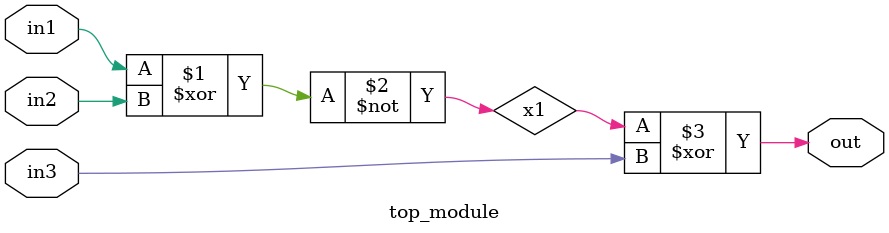
<source format=v>
module top_module (
    input in1,
    input in2,
    input in3,
    output out);
    wire x1;
    assign x1=~(in1 ^in2);
    assign out=x1 ^in3;

endmodule

</source>
